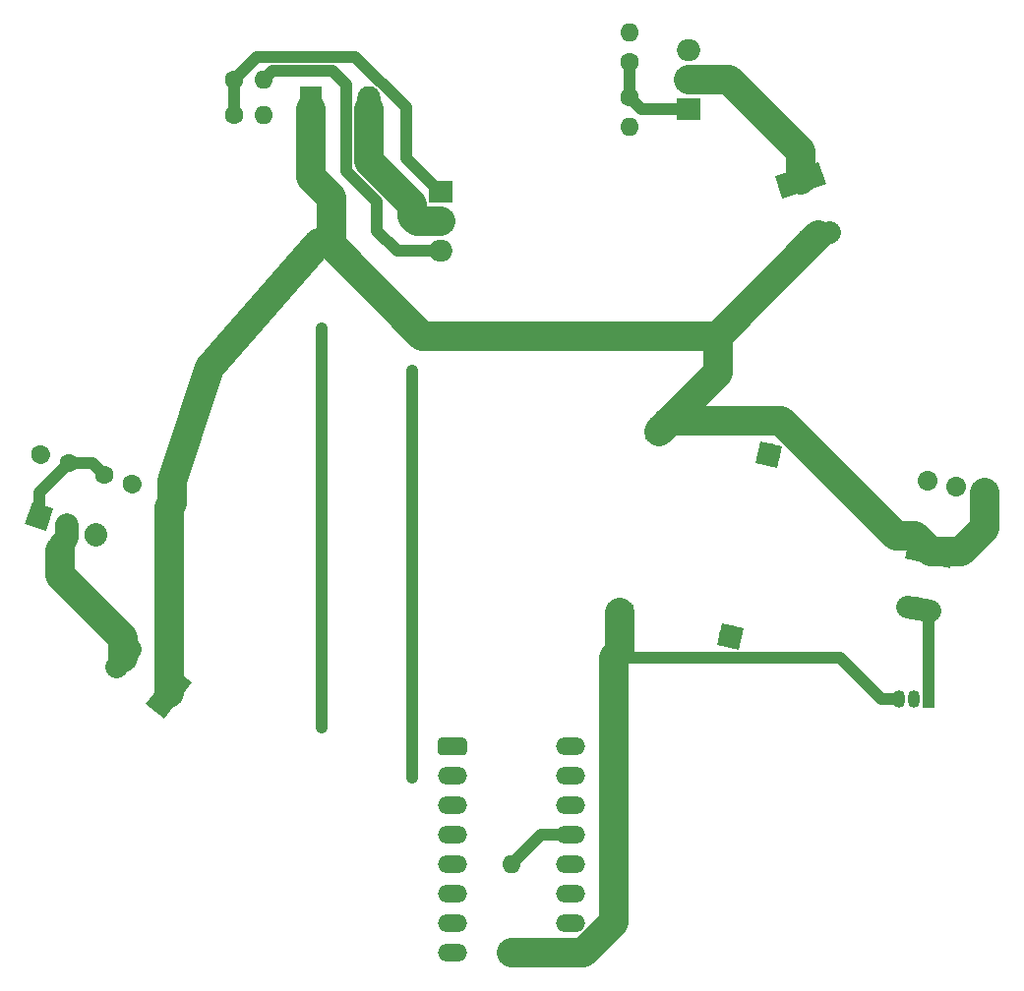
<source format=gbr>
G04 #@! TF.GenerationSoftware,KiCad,Pcbnew,5.1.4-e60b266~84~ubuntu18.04.1*
G04 #@! TF.CreationDate,2020-03-13T15:35:42+01:00*
G04 #@! TF.ProjectId,tree_lights,74726565-5f6c-4696-9768-74732e6b6963,rev?*
G04 #@! TF.SameCoordinates,Original*
G04 #@! TF.FileFunction,Copper,L1,Top*
G04 #@! TF.FilePolarity,Positive*
%FSLAX46Y46*%
G04 Gerber Fmt 4.6, Leading zero omitted, Abs format (unit mm)*
G04 Created by KiCad (PCBNEW 5.1.4-e60b266~84~ubuntu18.04.1) date 2020-03-13 15:35:42*
%MOMM*%
%LPD*%
G04 APERTURE LIST*
%ADD10O,1.600000X1.600000*%
%ADD11C,1.600000*%
%ADD12C,1.980000*%
%ADD13C,1.980000*%
%ADD14C,0.100000*%
%ADD15O,1.980000X3.960000*%
%ADD16R,1.980000X3.960000*%
%ADD17R,2.000000X1.905000*%
%ADD18O,2.000000X1.905000*%
%ADD19C,1.600000*%
%ADD20C,1.900000*%
%ADD21O,1.050000X1.500000*%
%ADD22R,1.050000X1.500000*%
%ADD23C,1.524000*%
%ADD24O,2.524000X1.524000*%
%ADD25C,1.700000*%
%ADD26C,1.700000*%
%ADD27C,1.905000*%
%ADD28C,1.905000*%
%ADD29C,1.000000*%
%ADD30C,0.800000*%
%ADD31C,1.000000*%
%ADD32C,2.500000*%
%ADD33C,2.000000*%
G04 APERTURE END LIST*
D10*
X111760000Y-134112000D03*
D11*
X111760000Y-141732000D03*
D12*
X146788442Y-112078738D03*
D13*
X147756808Y-112284571D02*
X145820076Y-111872905D01*
D12*
X147828000Y-107188000D03*
D14*
G36*
X146097100Y-105807969D02*
G01*
X149970565Y-106631299D01*
X149558900Y-108568031D01*
X145685435Y-107744701D01*
X146097100Y-105807969D01*
X146097100Y-105807969D01*
G37*
D12*
X136652000Y-75184000D03*
D14*
G36*
X134462981Y-74854308D02*
G01*
X138229165Y-73630600D01*
X138841019Y-75513692D01*
X135074835Y-76737400D01*
X134462981Y-74854308D01*
X134462981Y-74854308D01*
G37*
D12*
X138197085Y-79939283D03*
D13*
X139138631Y-79633356D02*
X137255539Y-80245210D01*
D15*
X99488000Y-69088000D03*
D16*
X94488000Y-69088000D03*
D12*
X82296000Y-119380000D03*
D14*
G36*
X84295140Y-118429244D02*
G01*
X81857121Y-121549766D01*
X80296860Y-120330756D01*
X82734879Y-117210234D01*
X84295140Y-118429244D01*
X84295140Y-118429244D01*
G37*
D12*
X78355946Y-116301693D03*
D13*
X77746441Y-117081824D02*
X78965451Y-115521562D01*
D17*
X127000000Y-69088000D03*
D18*
X127000000Y-66548000D03*
X127000000Y-64008000D03*
D11*
X121920000Y-68072000D03*
D10*
X121920000Y-70612000D03*
D11*
X87884000Y-69596000D03*
D10*
X90424000Y-69596000D03*
D11*
X73660000Y-99568000D03*
X71244316Y-98783097D03*
D19*
X71244316Y-98783097D02*
X71244316Y-98783097D01*
D10*
X121920000Y-62484000D03*
D11*
X121920000Y-65024000D03*
D10*
X90424000Y-66548000D03*
D11*
X87884000Y-66548000D03*
X79123684Y-101368903D03*
D19*
X79123684Y-101368903D02*
X79123684Y-101368903D01*
D11*
X76708000Y-100584000D03*
D20*
X133941561Y-98822260D03*
D14*
G36*
X133209837Y-97695504D02*
G01*
X135068317Y-98090536D01*
X134673285Y-99949016D01*
X132814805Y-99553984D01*
X133209837Y-97695504D01*
X133209837Y-97695504D01*
G37*
D20*
X124453529Y-96805517D03*
D14*
G36*
X123721805Y-95678761D02*
G01*
X125580285Y-96073793D01*
X125185253Y-97932273D01*
X123326773Y-97537241D01*
X123721805Y-95678761D01*
X123721805Y-95678761D01*
G37*
D20*
X130614974Y-114472622D03*
D14*
G36*
X129883250Y-113345866D02*
G01*
X131741730Y-113740898D01*
X131346698Y-115599378D01*
X129488218Y-115204346D01*
X129883250Y-113345866D01*
X129883250Y-113345866D01*
G37*
D20*
X121126942Y-112455878D03*
D14*
G36*
X120395218Y-111329122D02*
G01*
X122253698Y-111724154D01*
X121858666Y-113582634D01*
X120000186Y-113187602D01*
X120395218Y-111329122D01*
X120395218Y-111329122D01*
G37*
D21*
X146431000Y-119888000D03*
X145161000Y-119888000D03*
D22*
X147701000Y-119888000D03*
D14*
G36*
X107598345Y-123191835D02*
G01*
X107635329Y-123197321D01*
X107671598Y-123206406D01*
X107706802Y-123219002D01*
X107740602Y-123234988D01*
X107772672Y-123254210D01*
X107802704Y-123276483D01*
X107830408Y-123301592D01*
X107855517Y-123329296D01*
X107877790Y-123359328D01*
X107897012Y-123391398D01*
X107912998Y-123425198D01*
X107925594Y-123460402D01*
X107934679Y-123496671D01*
X107940165Y-123533655D01*
X107942000Y-123571000D01*
X107942000Y-124333000D01*
X107940165Y-124370345D01*
X107934679Y-124407329D01*
X107925594Y-124443598D01*
X107912998Y-124478802D01*
X107897012Y-124512602D01*
X107877790Y-124544672D01*
X107855517Y-124574704D01*
X107830408Y-124602408D01*
X107802704Y-124627517D01*
X107772672Y-124649790D01*
X107740602Y-124669012D01*
X107706802Y-124684998D01*
X107671598Y-124697594D01*
X107635329Y-124706679D01*
X107598345Y-124712165D01*
X107561000Y-124714000D01*
X105799000Y-124714000D01*
X105761655Y-124712165D01*
X105724671Y-124706679D01*
X105688402Y-124697594D01*
X105653198Y-124684998D01*
X105619398Y-124669012D01*
X105587328Y-124649790D01*
X105557296Y-124627517D01*
X105529592Y-124602408D01*
X105504483Y-124574704D01*
X105482210Y-124544672D01*
X105462988Y-124512602D01*
X105447002Y-124478802D01*
X105434406Y-124443598D01*
X105425321Y-124407329D01*
X105419835Y-124370345D01*
X105418000Y-124333000D01*
X105418000Y-123571000D01*
X105419835Y-123533655D01*
X105425321Y-123496671D01*
X105434406Y-123460402D01*
X105447002Y-123425198D01*
X105462988Y-123391398D01*
X105482210Y-123359328D01*
X105504483Y-123329296D01*
X105529592Y-123301592D01*
X105557296Y-123276483D01*
X105587328Y-123254210D01*
X105619398Y-123234988D01*
X105653198Y-123219002D01*
X105688402Y-123206406D01*
X105724671Y-123197321D01*
X105761655Y-123191835D01*
X105799000Y-123190000D01*
X107561000Y-123190000D01*
X107598345Y-123191835D01*
X107598345Y-123191835D01*
G37*
D23*
X106680000Y-123952000D03*
D24*
X106680000Y-126492000D03*
X106680000Y-129032000D03*
X106680000Y-131572000D03*
X106680000Y-141732000D03*
X106680000Y-136652000D03*
X106680000Y-139192000D03*
X106680000Y-134112000D03*
X116840000Y-134112000D03*
X116840000Y-129032000D03*
X116840000Y-126492000D03*
X116840000Y-141732000D03*
X116840000Y-131572000D03*
X116840000Y-123952000D03*
X116840000Y-139192000D03*
X116840000Y-136652000D03*
D25*
X152527000Y-102108000D03*
D14*
G36*
X151872299Y-101099850D02*
G01*
X153535150Y-101453299D01*
X153181701Y-103116150D01*
X151518850Y-102762701D01*
X151872299Y-101099850D01*
X151872299Y-101099850D01*
G37*
D25*
X150042505Y-101579904D03*
D26*
X150042505Y-101579904D02*
X150042505Y-101579904D01*
D25*
X147558010Y-101051809D03*
D26*
X147558010Y-101051809D02*
X147558010Y-101051809D01*
D17*
X105664000Y-76200000D03*
D18*
X105664000Y-78740000D03*
X105664000Y-81280000D03*
D27*
X71120000Y-104140000D03*
D14*
G36*
X69905102Y-104796718D02*
G01*
X70523136Y-102894605D01*
X72334898Y-103483282D01*
X71716864Y-105385395D01*
X69905102Y-104796718D01*
X69905102Y-104796718D01*
G37*
D27*
X73535684Y-104924903D03*
D28*
X73550362Y-104879728D02*
X73521006Y-104970078D01*
D27*
X75951367Y-105709806D03*
D28*
X75966045Y-105664631D02*
X75936689Y-105754981D01*
D29*
X103251000Y-91567000D03*
X103251000Y-126619000D03*
D30*
X95457503Y-87930497D03*
D29*
X95457503Y-87930497D03*
X95457503Y-122347497D03*
D31*
X91223999Y-65748001D02*
X90424000Y-66548000D01*
X96355001Y-65748001D02*
X91223999Y-65748001D01*
X103664000Y-81280000D02*
X105664000Y-81280000D01*
X101946270Y-81280000D02*
X103664000Y-81280000D01*
X100213990Y-79547720D02*
X101946270Y-81280000D01*
X100213990Y-77051720D02*
X100213990Y-79547720D01*
X97537991Y-74375721D02*
X100213990Y-77051720D01*
X97537990Y-66930990D02*
X97537991Y-74375721D01*
X96355001Y-65748001D02*
X97537990Y-66930990D01*
X147701000Y-112991296D02*
X147701000Y-119888000D01*
X146788442Y-112078738D02*
X147701000Y-112991296D01*
D32*
X152527000Y-102108000D02*
X152527000Y-105156000D01*
X150495000Y-107188000D02*
X147828000Y-107188000D01*
X152527000Y-105156000D02*
X150495000Y-107188000D01*
X129533529Y-88602839D02*
X138197085Y-79939283D01*
X94488000Y-74882390D02*
X96266000Y-76660390D01*
X94488000Y-69088000D02*
X94488000Y-74882390D01*
X96266000Y-76660390D02*
X96266000Y-80772000D01*
X104096839Y-88602839D02*
X129533529Y-88602839D01*
X96266000Y-80772000D02*
X104096839Y-88602839D01*
X144860377Y-105831970D02*
X146471970Y-105831970D01*
X134962243Y-95933836D02*
X144860377Y-105831970D01*
X146471970Y-105831970D02*
X147828000Y-107188000D01*
X125325210Y-95933836D02*
X134962243Y-95933836D01*
X124453529Y-96805517D02*
X125325210Y-95933836D01*
X129533529Y-91725517D02*
X124453529Y-96805517D01*
X129533529Y-88602839D02*
X129533529Y-91725517D01*
X82296000Y-119380000D02*
X82296000Y-103378000D01*
X82614971Y-103059029D02*
X82614971Y-101069948D01*
X82296000Y-103378000D02*
X82614971Y-103059029D01*
X82614971Y-101069948D02*
X85768180Y-91365365D01*
X85768180Y-91365365D02*
X95169833Y-80622566D01*
X103641498Y-78740000D02*
X105664000Y-78740000D01*
X99488000Y-73568000D02*
X103213999Y-77293999D01*
X103213999Y-78312501D02*
X103641498Y-78740000D01*
X103213999Y-77293999D02*
X103213999Y-78312501D01*
X99488000Y-69088000D02*
X99488000Y-73568000D01*
X78355946Y-114645959D02*
X73534759Y-109824772D01*
X78355946Y-116301693D02*
X78355946Y-114645959D01*
X73534759Y-109824772D02*
X73502772Y-109824772D01*
X72898000Y-109220000D02*
X72898000Y-107061000D01*
X73502772Y-109824772D02*
X72898000Y-109220000D01*
D33*
X72898000Y-106658709D02*
X72898000Y-107061000D01*
X73535684Y-106021025D02*
X72898000Y-106658709D01*
X73535684Y-104924903D02*
X73535684Y-106021025D01*
D31*
X122936000Y-69088000D02*
X121920000Y-68072000D01*
X127000000Y-69088000D02*
X122936000Y-69088000D01*
X121920000Y-68072000D02*
X121920000Y-65024000D01*
X87884000Y-66548000D02*
X87884000Y-69596000D01*
X105616500Y-76200000D02*
X105664000Y-76200000D01*
X98328027Y-64547992D02*
X102717430Y-68937395D01*
X89884008Y-64547992D02*
X98328027Y-64547992D01*
X102717430Y-73300930D02*
X105616500Y-76200000D01*
X102717430Y-68937395D02*
X102717430Y-73300930D01*
X87884000Y-66548000D02*
X89884008Y-64547992D01*
X71120000Y-102108000D02*
X73660000Y-99568000D01*
X71120000Y-104140000D02*
X71120000Y-102108000D01*
X75692000Y-99568000D02*
X76708000Y-100584000D01*
X73660000Y-99568000D02*
X75692000Y-99568000D01*
X103251000Y-91567000D02*
X103251000Y-126619000D01*
X95457503Y-87930497D02*
X95457503Y-122347497D01*
D32*
X116840000Y-141732000D02*
X111760000Y-141732000D01*
X121126942Y-115735340D02*
X121126942Y-112455878D01*
X120590141Y-139070113D02*
X120590141Y-116272141D01*
X116840000Y-141732000D02*
X117928254Y-141732000D01*
X120590141Y-116272141D02*
X121126942Y-115735340D01*
X117928254Y-141732000D02*
X120590141Y-139070113D01*
D31*
X140047388Y-116299388D02*
X120617388Y-116299388D01*
X143636000Y-119888000D02*
X140047388Y-116299388D01*
X120617388Y-116299388D02*
X120590141Y-116272141D01*
X145161000Y-119888000D02*
X143636000Y-119888000D01*
X114300000Y-131572000D02*
X111760000Y-134112000D01*
X116840000Y-131572000D02*
X114300000Y-131572000D01*
D32*
X136652000Y-74043053D02*
X136652000Y-75184000D01*
X136652000Y-72700000D02*
X136652000Y-74043053D01*
X130500000Y-66548000D02*
X136652000Y-72700000D01*
X127000000Y-66548000D02*
X130500000Y-66548000D01*
M02*

</source>
